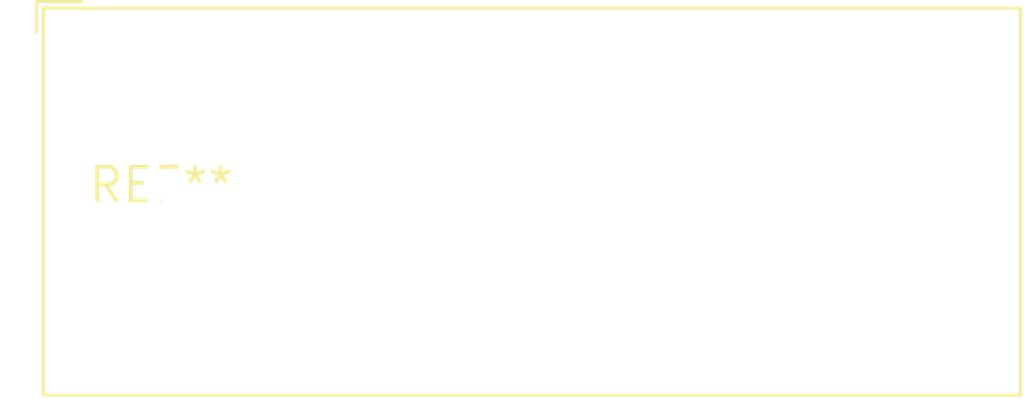
<source format=kicad_pcb>
(kicad_pcb (version 20240108) (generator pcbnew)
  (layers (0 "F.Cu" signal) (31 "B.Cu" signal) (34 "B.Paste" user) (35 "F.Paste" user) (36 "B.SilkS" user "B.Silkscreen") (37 "F.SilkS" user "F.Silkscreen") (38 "B.Mask" user) (39 "F.Mask" user) (44 "Edge.Cuts" user))
  (net 0 "")
  (footprint "LEM_LA25-P" (layer "F.Cu") (at 0 0)
    (property "Reference" "REF**")
    (property "Value" "LEM_LA25-P")
    (fp_line (start -4.7 -6.92) (end -4.7 -5.75) (layer "F.SilkS") (stroke (width 0.12)))
    (fp_line (start -4.45 -6.67) (end -4.45 7.92) (layer "F.SilkS") (stroke (width 0.12)))
    (fp_line (start -4.45 7.92) (end 32.39 7.92) (layer "F.SilkS") (stroke (width 0.12)))
    (fp_line (start -3 -6.92) (end -4.7 -6.92) (layer "F.SilkS") (stroke (width 0.12)))
    (fp_line (start 32.39 -6.67) (end -4.45 -6.67) (layer "F.SilkS") (stroke (width 0.12)))
    (fp_line (start 32.39 7.92) (end 32.39 -6.67) (layer "F.SilkS") (stroke (width 0.12)))
    (pad "1" thru_hole rect (at 0 0) (size 2.2 2.2) (drill 1.2) (layers *.Cu *.Mask) (remove_unused_layers))
    (pad "2" thru_hole circle (at 5.08 0) (size 2.2 2.2) (drill 1.2) (layers *.Cu *.Mask) (remove_unused_layers))
    (pad "3" thru_hole circle (at 27.94 0) (size 2.2 2.2) (drill 1.2) (layers *.Cu *.Mask) (remove_unused_layers))
  )
)
</source>
